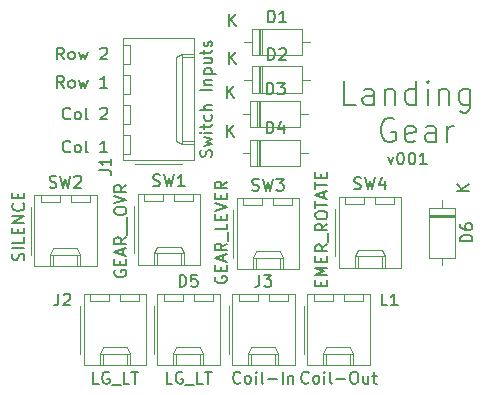
<source format=gbr>
G04 #@! TF.GenerationSoftware,KiCad,Pcbnew,(5.1.5-0-10_14)*
G04 #@! TF.CreationDate,2021-03-15T05:54:21+10:00*
G04 #@! TF.ProjectId,OH - Left Console - 31 - Landing Gear,4f48202d-204c-4656-9674-20436f6e736f,rev?*
G04 #@! TF.SameCoordinates,Original*
G04 #@! TF.FileFunction,Legend,Top*
G04 #@! TF.FilePolarity,Positive*
%FSLAX46Y46*%
G04 Gerber Fmt 4.6, Leading zero omitted, Abs format (unit mm)*
G04 Created by KiCad (PCBNEW (5.1.5-0-10_14)) date 2021-03-15 05:54:21*
%MOMM*%
%LPD*%
G04 APERTURE LIST*
%ADD10C,0.150000*%
%ADD11C,0.120000*%
G04 APERTURE END LIST*
D10*
X178927333Y-62142714D02*
X179165428Y-62809380D01*
X179403523Y-62142714D01*
X179974952Y-61809380D02*
X180070190Y-61809380D01*
X180165428Y-61857000D01*
X180213047Y-61904619D01*
X180260666Y-61999857D01*
X180308285Y-62190333D01*
X180308285Y-62428428D01*
X180260666Y-62618904D01*
X180213047Y-62714142D01*
X180165428Y-62761761D01*
X180070190Y-62809380D01*
X179974952Y-62809380D01*
X179879714Y-62761761D01*
X179832095Y-62714142D01*
X179784476Y-62618904D01*
X179736857Y-62428428D01*
X179736857Y-62190333D01*
X179784476Y-61999857D01*
X179832095Y-61904619D01*
X179879714Y-61857000D01*
X179974952Y-61809380D01*
X180927333Y-61809380D02*
X181022571Y-61809380D01*
X181117809Y-61857000D01*
X181165428Y-61904619D01*
X181213047Y-61999857D01*
X181260666Y-62190333D01*
X181260666Y-62428428D01*
X181213047Y-62618904D01*
X181165428Y-62714142D01*
X181117809Y-62761761D01*
X181022571Y-62809380D01*
X180927333Y-62809380D01*
X180832095Y-62761761D01*
X180784476Y-62714142D01*
X180736857Y-62618904D01*
X180689238Y-62428428D01*
X180689238Y-62190333D01*
X180736857Y-61999857D01*
X180784476Y-61904619D01*
X180832095Y-61857000D01*
X180927333Y-61809380D01*
X182213047Y-62809380D02*
X181641619Y-62809380D01*
X181927333Y-62809380D02*
X181927333Y-61809380D01*
X181832095Y-61952238D01*
X181736857Y-62047476D01*
X181641619Y-62095095D01*
X176213142Y-57749761D02*
X175260761Y-57749761D01*
X175260761Y-55749761D01*
X177736952Y-57749761D02*
X177736952Y-56702142D01*
X177641714Y-56511666D01*
X177451238Y-56416428D01*
X177070285Y-56416428D01*
X176879809Y-56511666D01*
X177736952Y-57654523D02*
X177546476Y-57749761D01*
X177070285Y-57749761D01*
X176879809Y-57654523D01*
X176784571Y-57464047D01*
X176784571Y-57273571D01*
X176879809Y-57083095D01*
X177070285Y-56987857D01*
X177546476Y-56987857D01*
X177736952Y-56892619D01*
X178689333Y-56416428D02*
X178689333Y-57749761D01*
X178689333Y-56606904D02*
X178784571Y-56511666D01*
X178975047Y-56416428D01*
X179260761Y-56416428D01*
X179451238Y-56511666D01*
X179546476Y-56702142D01*
X179546476Y-57749761D01*
X181356000Y-57749761D02*
X181356000Y-55749761D01*
X181356000Y-57654523D02*
X181165523Y-57749761D01*
X180784571Y-57749761D01*
X180594095Y-57654523D01*
X180498857Y-57559285D01*
X180403619Y-57368809D01*
X180403619Y-56797380D01*
X180498857Y-56606904D01*
X180594095Y-56511666D01*
X180784571Y-56416428D01*
X181165523Y-56416428D01*
X181356000Y-56511666D01*
X182308380Y-57749761D02*
X182308380Y-56416428D01*
X182308380Y-55749761D02*
X182213142Y-55845000D01*
X182308380Y-55940238D01*
X182403619Y-55845000D01*
X182308380Y-55749761D01*
X182308380Y-55940238D01*
X183260761Y-56416428D02*
X183260761Y-57749761D01*
X183260761Y-56606904D02*
X183356000Y-56511666D01*
X183546476Y-56416428D01*
X183832190Y-56416428D01*
X184022666Y-56511666D01*
X184117904Y-56702142D01*
X184117904Y-57749761D01*
X185927428Y-56416428D02*
X185927428Y-58035476D01*
X185832190Y-58225952D01*
X185736952Y-58321190D01*
X185546476Y-58416428D01*
X185260761Y-58416428D01*
X185070285Y-58321190D01*
X185927428Y-57654523D02*
X185736952Y-57749761D01*
X185356000Y-57749761D01*
X185165523Y-57654523D01*
X185070285Y-57559285D01*
X184975047Y-57368809D01*
X184975047Y-56797380D01*
X185070285Y-56606904D01*
X185165523Y-56511666D01*
X185356000Y-56416428D01*
X185736952Y-56416428D01*
X185927428Y-56511666D01*
X179498857Y-58995000D02*
X179308380Y-58899761D01*
X179022666Y-58899761D01*
X178736952Y-58995000D01*
X178546476Y-59185476D01*
X178451238Y-59375952D01*
X178356000Y-59756904D01*
X178356000Y-60042619D01*
X178451238Y-60423571D01*
X178546476Y-60614047D01*
X178736952Y-60804523D01*
X179022666Y-60899761D01*
X179213142Y-60899761D01*
X179498857Y-60804523D01*
X179594095Y-60709285D01*
X179594095Y-60042619D01*
X179213142Y-60042619D01*
X181213142Y-60804523D02*
X181022666Y-60899761D01*
X180641714Y-60899761D01*
X180451238Y-60804523D01*
X180356000Y-60614047D01*
X180356000Y-59852142D01*
X180451238Y-59661666D01*
X180641714Y-59566428D01*
X181022666Y-59566428D01*
X181213142Y-59661666D01*
X181308380Y-59852142D01*
X181308380Y-60042619D01*
X180356000Y-60233095D01*
X183022666Y-60899761D02*
X183022666Y-59852142D01*
X182927428Y-59661666D01*
X182736952Y-59566428D01*
X182356000Y-59566428D01*
X182165523Y-59661666D01*
X183022666Y-60804523D02*
X182832190Y-60899761D01*
X182356000Y-60899761D01*
X182165523Y-60804523D01*
X182070285Y-60614047D01*
X182070285Y-60423571D01*
X182165523Y-60233095D01*
X182356000Y-60137857D01*
X182832190Y-60137857D01*
X183022666Y-60042619D01*
X183975047Y-60899761D02*
X183975047Y-59566428D01*
X183975047Y-59947380D02*
X184070285Y-59756904D01*
X184165523Y-59661666D01*
X184356000Y-59566428D01*
X184546476Y-59566428D01*
X151511190Y-53919380D02*
X151177857Y-53443190D01*
X150939761Y-53919380D02*
X150939761Y-52919380D01*
X151320714Y-52919380D01*
X151415952Y-52967000D01*
X151463571Y-53014619D01*
X151511190Y-53109857D01*
X151511190Y-53252714D01*
X151463571Y-53347952D01*
X151415952Y-53395571D01*
X151320714Y-53443190D01*
X150939761Y-53443190D01*
X152082619Y-53919380D02*
X151987380Y-53871761D01*
X151939761Y-53824142D01*
X151892142Y-53728904D01*
X151892142Y-53443190D01*
X151939761Y-53347952D01*
X151987380Y-53300333D01*
X152082619Y-53252714D01*
X152225476Y-53252714D01*
X152320714Y-53300333D01*
X152368333Y-53347952D01*
X152415952Y-53443190D01*
X152415952Y-53728904D01*
X152368333Y-53824142D01*
X152320714Y-53871761D01*
X152225476Y-53919380D01*
X152082619Y-53919380D01*
X152749285Y-53252714D02*
X152939761Y-53919380D01*
X153130238Y-53443190D01*
X153320714Y-53919380D01*
X153511190Y-53252714D01*
X154606428Y-53014619D02*
X154654047Y-52967000D01*
X154749285Y-52919380D01*
X154987380Y-52919380D01*
X155082619Y-52967000D01*
X155130238Y-53014619D01*
X155177857Y-53109857D01*
X155177857Y-53205095D01*
X155130238Y-53347952D01*
X154558809Y-53919380D01*
X155177857Y-53919380D01*
X151511190Y-56332380D02*
X151177857Y-55856190D01*
X150939761Y-56332380D02*
X150939761Y-55332380D01*
X151320714Y-55332380D01*
X151415952Y-55380000D01*
X151463571Y-55427619D01*
X151511190Y-55522857D01*
X151511190Y-55665714D01*
X151463571Y-55760952D01*
X151415952Y-55808571D01*
X151320714Y-55856190D01*
X150939761Y-55856190D01*
X152082619Y-56332380D02*
X151987380Y-56284761D01*
X151939761Y-56237142D01*
X151892142Y-56141904D01*
X151892142Y-55856190D01*
X151939761Y-55760952D01*
X151987380Y-55713333D01*
X152082619Y-55665714D01*
X152225476Y-55665714D01*
X152320714Y-55713333D01*
X152368333Y-55760952D01*
X152415952Y-55856190D01*
X152415952Y-56141904D01*
X152368333Y-56237142D01*
X152320714Y-56284761D01*
X152225476Y-56332380D01*
X152082619Y-56332380D01*
X152749285Y-55665714D02*
X152939761Y-56332380D01*
X153130238Y-55856190D01*
X153320714Y-56332380D01*
X153511190Y-55665714D01*
X155177857Y-56332380D02*
X154606428Y-56332380D01*
X154892142Y-56332380D02*
X154892142Y-55332380D01*
X154796904Y-55475238D01*
X154701666Y-55570476D01*
X154606428Y-55618095D01*
X152035000Y-58904142D02*
X151987381Y-58951761D01*
X151844524Y-58999380D01*
X151749285Y-58999380D01*
X151606428Y-58951761D01*
X151511190Y-58856523D01*
X151463571Y-58761285D01*
X151415952Y-58570809D01*
X151415952Y-58427952D01*
X151463571Y-58237476D01*
X151511190Y-58142238D01*
X151606428Y-58047000D01*
X151749285Y-57999380D01*
X151844524Y-57999380D01*
X151987381Y-58047000D01*
X152035000Y-58094619D01*
X152606428Y-58999380D02*
X152511190Y-58951761D01*
X152463571Y-58904142D01*
X152415952Y-58808904D01*
X152415952Y-58523190D01*
X152463571Y-58427952D01*
X152511190Y-58380333D01*
X152606428Y-58332714D01*
X152749285Y-58332714D01*
X152844524Y-58380333D01*
X152892143Y-58427952D01*
X152939762Y-58523190D01*
X152939762Y-58808904D01*
X152892143Y-58904142D01*
X152844524Y-58951761D01*
X152749285Y-58999380D01*
X152606428Y-58999380D01*
X153511190Y-58999380D02*
X153415952Y-58951761D01*
X153368333Y-58856523D01*
X153368333Y-57999380D01*
X154606428Y-58094619D02*
X154654047Y-58047000D01*
X154749285Y-57999380D01*
X154987381Y-57999380D01*
X155082619Y-58047000D01*
X155130238Y-58094619D01*
X155177857Y-58189857D01*
X155177857Y-58285095D01*
X155130238Y-58427952D01*
X154558809Y-58999380D01*
X155177857Y-58999380D01*
X152035000Y-61698142D02*
X151987381Y-61745761D01*
X151844524Y-61793380D01*
X151749285Y-61793380D01*
X151606428Y-61745761D01*
X151511190Y-61650523D01*
X151463571Y-61555285D01*
X151415952Y-61364809D01*
X151415952Y-61221952D01*
X151463571Y-61031476D01*
X151511190Y-60936238D01*
X151606428Y-60841000D01*
X151749285Y-60793380D01*
X151844524Y-60793380D01*
X151987381Y-60841000D01*
X152035000Y-60888619D01*
X152606428Y-61793380D02*
X152511190Y-61745761D01*
X152463571Y-61698142D01*
X152415952Y-61602904D01*
X152415952Y-61317190D01*
X152463571Y-61221952D01*
X152511190Y-61174333D01*
X152606428Y-61126714D01*
X152749285Y-61126714D01*
X152844524Y-61174333D01*
X152892143Y-61221952D01*
X152939762Y-61317190D01*
X152939762Y-61602904D01*
X152892143Y-61698142D01*
X152844524Y-61745761D01*
X152749285Y-61793380D01*
X152606428Y-61793380D01*
X153511190Y-61793380D02*
X153415952Y-61745761D01*
X153368333Y-61650523D01*
X153368333Y-60793380D01*
X155177857Y-61793380D02*
X154606428Y-61793380D01*
X154892143Y-61793380D02*
X154892143Y-60793380D01*
X154796905Y-60936238D01*
X154701666Y-61031476D01*
X154606428Y-61079095D01*
D11*
X179489000Y-66150000D02*
X179489000Y-65550000D01*
X177889000Y-66150000D02*
X179489000Y-66150000D01*
X177889000Y-65550000D02*
X177889000Y-66150000D01*
X176949000Y-66150000D02*
X176949000Y-65550000D01*
X175349000Y-66150000D02*
X176949000Y-66150000D01*
X175349000Y-65550000D02*
X175349000Y-66150000D01*
X178439000Y-71570000D02*
X178439000Y-70570000D01*
X176399000Y-71570000D02*
X176399000Y-70570000D01*
X178439000Y-70040000D02*
X178689000Y-70570000D01*
X176399000Y-70040000D02*
X178439000Y-70040000D01*
X176149000Y-70570000D02*
X176399000Y-70040000D01*
X178689000Y-70570000D02*
X178689000Y-71570000D01*
X176149000Y-70570000D02*
X178689000Y-70570000D01*
X176149000Y-71570000D02*
X176149000Y-70570000D01*
X174479000Y-66580000D02*
X174479000Y-70580000D01*
X180069000Y-65550000D02*
X174769000Y-65550000D01*
X180069000Y-71570000D02*
X180069000Y-65550000D01*
X174769000Y-71570000D02*
X180069000Y-71570000D01*
X174769000Y-65550000D02*
X174769000Y-71570000D01*
X170853000Y-66277000D02*
X170853000Y-65677000D01*
X169253000Y-66277000D02*
X170853000Y-66277000D01*
X169253000Y-65677000D02*
X169253000Y-66277000D01*
X168313000Y-66277000D02*
X168313000Y-65677000D01*
X166713000Y-66277000D02*
X168313000Y-66277000D01*
X166713000Y-65677000D02*
X166713000Y-66277000D01*
X169803000Y-71697000D02*
X169803000Y-70697000D01*
X167763000Y-71697000D02*
X167763000Y-70697000D01*
X169803000Y-70167000D02*
X170053000Y-70697000D01*
X167763000Y-70167000D02*
X169803000Y-70167000D01*
X167513000Y-70697000D02*
X167763000Y-70167000D01*
X170053000Y-70697000D02*
X170053000Y-71697000D01*
X167513000Y-70697000D02*
X170053000Y-70697000D01*
X167513000Y-71697000D02*
X167513000Y-70697000D01*
X165843000Y-66707000D02*
X165843000Y-70707000D01*
X171433000Y-65677000D02*
X166133000Y-65677000D01*
X171433000Y-71697000D02*
X171433000Y-65677000D01*
X166133000Y-71697000D02*
X171433000Y-71697000D01*
X166133000Y-65677000D02*
X166133000Y-71697000D01*
X153708000Y-66023000D02*
X153708000Y-65423000D01*
X152108000Y-66023000D02*
X153708000Y-66023000D01*
X152108000Y-65423000D02*
X152108000Y-66023000D01*
X151168000Y-66023000D02*
X151168000Y-65423000D01*
X149568000Y-66023000D02*
X151168000Y-66023000D01*
X149568000Y-65423000D02*
X149568000Y-66023000D01*
X152658000Y-71443000D02*
X152658000Y-70443000D01*
X150618000Y-71443000D02*
X150618000Y-70443000D01*
X152658000Y-69913000D02*
X152908000Y-70443000D01*
X150618000Y-69913000D02*
X152658000Y-69913000D01*
X150368000Y-70443000D02*
X150618000Y-69913000D01*
X152908000Y-70443000D02*
X152908000Y-71443000D01*
X150368000Y-70443000D02*
X152908000Y-70443000D01*
X150368000Y-71443000D02*
X150368000Y-70443000D01*
X148698000Y-66453000D02*
X148698000Y-70453000D01*
X154288000Y-65423000D02*
X148988000Y-65423000D01*
X154288000Y-71443000D02*
X154288000Y-65423000D01*
X148988000Y-71443000D02*
X154288000Y-71443000D01*
X148988000Y-65423000D02*
X148988000Y-71443000D01*
X162471000Y-65896000D02*
X162471000Y-65296000D01*
X160871000Y-65896000D02*
X162471000Y-65896000D01*
X160871000Y-65296000D02*
X160871000Y-65896000D01*
X159931000Y-65896000D02*
X159931000Y-65296000D01*
X158331000Y-65896000D02*
X159931000Y-65896000D01*
X158331000Y-65296000D02*
X158331000Y-65896000D01*
X161421000Y-71316000D02*
X161421000Y-70316000D01*
X159381000Y-71316000D02*
X159381000Y-70316000D01*
X161421000Y-69786000D02*
X161671000Y-70316000D01*
X159381000Y-69786000D02*
X161421000Y-69786000D01*
X159131000Y-70316000D02*
X159381000Y-69786000D01*
X161671000Y-70316000D02*
X161671000Y-71316000D01*
X159131000Y-70316000D02*
X161671000Y-70316000D01*
X159131000Y-71316000D02*
X159131000Y-70316000D01*
X157461000Y-66326000D02*
X157461000Y-70326000D01*
X163051000Y-65296000D02*
X157751000Y-65296000D01*
X163051000Y-71316000D02*
X163051000Y-65296000D01*
X157751000Y-71316000D02*
X163051000Y-71316000D01*
X157751000Y-65296000D02*
X157751000Y-71316000D01*
X176822000Y-74405000D02*
X176822000Y-73805000D01*
X175222000Y-74405000D02*
X176822000Y-74405000D01*
X175222000Y-73805000D02*
X175222000Y-74405000D01*
X174282000Y-74405000D02*
X174282000Y-73805000D01*
X172682000Y-74405000D02*
X174282000Y-74405000D01*
X172682000Y-73805000D02*
X172682000Y-74405000D01*
X175772000Y-79825000D02*
X175772000Y-78825000D01*
X173732000Y-79825000D02*
X173732000Y-78825000D01*
X175772000Y-78295000D02*
X176022000Y-78825000D01*
X173732000Y-78295000D02*
X175772000Y-78295000D01*
X173482000Y-78825000D02*
X173732000Y-78295000D01*
X176022000Y-78825000D02*
X176022000Y-79825000D01*
X173482000Y-78825000D02*
X176022000Y-78825000D01*
X173482000Y-79825000D02*
X173482000Y-78825000D01*
X171812000Y-74835000D02*
X171812000Y-78835000D01*
X177402000Y-73805000D02*
X172102000Y-73805000D01*
X177402000Y-79825000D02*
X177402000Y-73805000D01*
X172102000Y-79825000D02*
X177402000Y-79825000D01*
X172102000Y-73805000D02*
X172102000Y-79825000D01*
X170472000Y-74405000D02*
X170472000Y-73805000D01*
X168872000Y-74405000D02*
X170472000Y-74405000D01*
X168872000Y-73805000D02*
X168872000Y-74405000D01*
X167932000Y-74405000D02*
X167932000Y-73805000D01*
X166332000Y-74405000D02*
X167932000Y-74405000D01*
X166332000Y-73805000D02*
X166332000Y-74405000D01*
X169422000Y-79825000D02*
X169422000Y-78825000D01*
X167382000Y-79825000D02*
X167382000Y-78825000D01*
X169422000Y-78295000D02*
X169672000Y-78825000D01*
X167382000Y-78295000D02*
X169422000Y-78295000D01*
X167132000Y-78825000D02*
X167382000Y-78295000D01*
X169672000Y-78825000D02*
X169672000Y-79825000D01*
X167132000Y-78825000D02*
X169672000Y-78825000D01*
X167132000Y-79825000D02*
X167132000Y-78825000D01*
X165462000Y-74835000D02*
X165462000Y-78835000D01*
X171052000Y-73805000D02*
X165752000Y-73805000D01*
X171052000Y-79825000D02*
X171052000Y-73805000D01*
X165752000Y-79825000D02*
X171052000Y-79825000D01*
X165752000Y-73805000D02*
X165752000Y-79825000D01*
X157899000Y-74405000D02*
X157899000Y-73805000D01*
X156299000Y-74405000D02*
X157899000Y-74405000D01*
X156299000Y-73805000D02*
X156299000Y-74405000D01*
X155359000Y-74405000D02*
X155359000Y-73805000D01*
X153759000Y-74405000D02*
X155359000Y-74405000D01*
X153759000Y-73805000D02*
X153759000Y-74405000D01*
X156849000Y-79825000D02*
X156849000Y-78825000D01*
X154809000Y-79825000D02*
X154809000Y-78825000D01*
X156849000Y-78295000D02*
X157099000Y-78825000D01*
X154809000Y-78295000D02*
X156849000Y-78295000D01*
X154559000Y-78825000D02*
X154809000Y-78295000D01*
X157099000Y-78825000D02*
X157099000Y-79825000D01*
X154559000Y-78825000D02*
X157099000Y-78825000D01*
X154559000Y-79825000D02*
X154559000Y-78825000D01*
X152889000Y-74835000D02*
X152889000Y-78835000D01*
X158479000Y-73805000D02*
X153179000Y-73805000D01*
X158479000Y-79825000D02*
X158479000Y-73805000D01*
X153179000Y-79825000D02*
X158479000Y-79825000D01*
X153179000Y-73805000D02*
X153179000Y-79825000D01*
X157082000Y-52667000D02*
X156482000Y-52667000D01*
X157082000Y-54267000D02*
X157082000Y-52667000D01*
X156482000Y-54267000D02*
X157082000Y-54267000D01*
X157082000Y-55207000D02*
X156482000Y-55207000D01*
X157082000Y-56807000D02*
X157082000Y-55207000D01*
X156482000Y-56807000D02*
X157082000Y-56807000D01*
X157082000Y-57747000D02*
X156482000Y-57747000D01*
X157082000Y-59347000D02*
X157082000Y-57747000D01*
X156482000Y-59347000D02*
X157082000Y-59347000D01*
X157082000Y-60287000D02*
X156482000Y-60287000D01*
X157082000Y-61887000D02*
X157082000Y-60287000D01*
X156482000Y-61887000D02*
X157082000Y-61887000D01*
X162502000Y-53717000D02*
X161502000Y-53717000D01*
X162502000Y-60837000D02*
X161502000Y-60837000D01*
X160972000Y-53717000D02*
X161502000Y-53467000D01*
X160972000Y-60837000D02*
X160972000Y-53717000D01*
X161502000Y-61087000D02*
X160972000Y-60837000D01*
X161502000Y-53467000D02*
X162502000Y-53467000D01*
X161502000Y-61087000D02*
X161502000Y-53467000D01*
X162502000Y-61087000D02*
X161502000Y-61087000D01*
X157512000Y-62757000D02*
X161512000Y-62757000D01*
X156482000Y-52087000D02*
X156482000Y-62467000D01*
X162502000Y-52087000D02*
X156482000Y-52087000D01*
X162502000Y-62467000D02*
X162502000Y-52087000D01*
X156482000Y-62467000D02*
X162502000Y-62467000D01*
X184635000Y-67060000D02*
X182395000Y-67060000D01*
X184635000Y-67300000D02*
X182395000Y-67300000D01*
X184635000Y-67180000D02*
X182395000Y-67180000D01*
X183515000Y-71350000D02*
X183515000Y-70700000D01*
X183515000Y-65810000D02*
X183515000Y-66460000D01*
X184635000Y-70700000D02*
X184635000Y-66460000D01*
X182395000Y-70700000D02*
X184635000Y-70700000D01*
X182395000Y-66460000D02*
X182395000Y-70700000D01*
X184635000Y-66460000D02*
X182395000Y-66460000D01*
X164122000Y-74405000D02*
X164122000Y-73805000D01*
X162522000Y-74405000D02*
X164122000Y-74405000D01*
X162522000Y-73805000D02*
X162522000Y-74405000D01*
X161582000Y-74405000D02*
X161582000Y-73805000D01*
X159982000Y-74405000D02*
X161582000Y-74405000D01*
X159982000Y-73805000D02*
X159982000Y-74405000D01*
X163072000Y-79825000D02*
X163072000Y-78825000D01*
X161032000Y-79825000D02*
X161032000Y-78825000D01*
X163072000Y-78295000D02*
X163322000Y-78825000D01*
X161032000Y-78295000D02*
X163072000Y-78295000D01*
X160782000Y-78825000D02*
X161032000Y-78295000D01*
X163322000Y-78825000D02*
X163322000Y-79825000D01*
X160782000Y-78825000D02*
X163322000Y-78825000D01*
X160782000Y-79825000D02*
X160782000Y-78825000D01*
X159112000Y-74835000D02*
X159112000Y-78835000D01*
X164702000Y-73805000D02*
X159402000Y-73805000D01*
X164702000Y-79825000D02*
X164702000Y-73805000D01*
X159402000Y-79825000D02*
X164702000Y-79825000D01*
X159402000Y-73805000D02*
X159402000Y-79825000D01*
X167898000Y-60729000D02*
X167898000Y-62969000D01*
X168138000Y-60729000D02*
X168138000Y-62969000D01*
X168018000Y-60729000D02*
X168018000Y-62969000D01*
X172188000Y-61849000D02*
X171538000Y-61849000D01*
X166648000Y-61849000D02*
X167298000Y-61849000D01*
X171538000Y-60729000D02*
X167298000Y-60729000D01*
X171538000Y-62969000D02*
X171538000Y-60729000D01*
X167298000Y-62969000D02*
X171538000Y-62969000D01*
X167298000Y-60729000D02*
X167298000Y-62969000D01*
X167898000Y-57427000D02*
X167898000Y-59667000D01*
X168138000Y-57427000D02*
X168138000Y-59667000D01*
X168018000Y-57427000D02*
X168018000Y-59667000D01*
X172188000Y-58547000D02*
X171538000Y-58547000D01*
X166648000Y-58547000D02*
X167298000Y-58547000D01*
X171538000Y-57427000D02*
X167298000Y-57427000D01*
X171538000Y-59667000D02*
X171538000Y-57427000D01*
X167298000Y-59667000D02*
X171538000Y-59667000D01*
X167298000Y-57427000D02*
X167298000Y-59667000D01*
X168025000Y-54506000D02*
X168025000Y-56746000D01*
X168265000Y-54506000D02*
X168265000Y-56746000D01*
X168145000Y-54506000D02*
X168145000Y-56746000D01*
X172315000Y-55626000D02*
X171665000Y-55626000D01*
X166775000Y-55626000D02*
X167425000Y-55626000D01*
X171665000Y-54506000D02*
X167425000Y-54506000D01*
X171665000Y-56746000D02*
X171665000Y-54506000D01*
X167425000Y-56746000D02*
X171665000Y-56746000D01*
X167425000Y-54506000D02*
X167425000Y-56746000D01*
X168025000Y-51331000D02*
X168025000Y-53571000D01*
X168265000Y-51331000D02*
X168265000Y-53571000D01*
X168145000Y-51331000D02*
X168145000Y-53571000D01*
X172315000Y-52451000D02*
X171665000Y-52451000D01*
X166775000Y-52451000D02*
X167425000Y-52451000D01*
X171665000Y-51331000D02*
X167425000Y-51331000D01*
X171665000Y-53571000D02*
X171665000Y-51331000D01*
X167425000Y-53571000D02*
X171665000Y-53571000D01*
X167425000Y-51331000D02*
X167425000Y-53571000D01*
D10*
X176085666Y-64864761D02*
X176228523Y-64912380D01*
X176466619Y-64912380D01*
X176561857Y-64864761D01*
X176609476Y-64817142D01*
X176657095Y-64721904D01*
X176657095Y-64626666D01*
X176609476Y-64531428D01*
X176561857Y-64483809D01*
X176466619Y-64436190D01*
X176276142Y-64388571D01*
X176180904Y-64340952D01*
X176133285Y-64293333D01*
X176085666Y-64198095D01*
X176085666Y-64102857D01*
X176133285Y-64007619D01*
X176180904Y-63960000D01*
X176276142Y-63912380D01*
X176514238Y-63912380D01*
X176657095Y-63960000D01*
X176990428Y-63912380D02*
X177228523Y-64912380D01*
X177419000Y-64198095D01*
X177609476Y-64912380D01*
X177847571Y-63912380D01*
X178657095Y-64245714D02*
X178657095Y-64912380D01*
X178419000Y-63864761D02*
X178180904Y-64579047D01*
X178799952Y-64579047D01*
X173283571Y-73111714D02*
X173283571Y-72778380D01*
X173807380Y-72635523D02*
X173807380Y-73111714D01*
X172807380Y-73111714D01*
X172807380Y-72635523D01*
X173807380Y-72206952D02*
X172807380Y-72206952D01*
X173521666Y-71873619D01*
X172807380Y-71540285D01*
X173807380Y-71540285D01*
X173283571Y-71064095D02*
X173283571Y-70730761D01*
X173807380Y-70587904D02*
X173807380Y-71064095D01*
X172807380Y-71064095D01*
X172807380Y-70587904D01*
X173807380Y-69587904D02*
X173331190Y-69921238D01*
X173807380Y-70159333D02*
X172807380Y-70159333D01*
X172807380Y-69778380D01*
X172855000Y-69683142D01*
X172902619Y-69635523D01*
X172997857Y-69587904D01*
X173140714Y-69587904D01*
X173235952Y-69635523D01*
X173283571Y-69683142D01*
X173331190Y-69778380D01*
X173331190Y-70159333D01*
X173902619Y-69397428D02*
X173902619Y-68635523D01*
X173807380Y-67826000D02*
X173331190Y-68159333D01*
X173807380Y-68397428D02*
X172807380Y-68397428D01*
X172807380Y-68016476D01*
X172855000Y-67921238D01*
X172902619Y-67873619D01*
X172997857Y-67826000D01*
X173140714Y-67826000D01*
X173235952Y-67873619D01*
X173283571Y-67921238D01*
X173331190Y-68016476D01*
X173331190Y-68397428D01*
X172807380Y-67206952D02*
X172807380Y-67016476D01*
X172855000Y-66921238D01*
X172950238Y-66826000D01*
X173140714Y-66778380D01*
X173474047Y-66778380D01*
X173664523Y-66826000D01*
X173759761Y-66921238D01*
X173807380Y-67016476D01*
X173807380Y-67206952D01*
X173759761Y-67302190D01*
X173664523Y-67397428D01*
X173474047Y-67445047D01*
X173140714Y-67445047D01*
X172950238Y-67397428D01*
X172855000Y-67302190D01*
X172807380Y-67206952D01*
X172807380Y-66492666D02*
X172807380Y-65921238D01*
X173807380Y-66206952D02*
X172807380Y-66206952D01*
X173521666Y-65635523D02*
X173521666Y-65159333D01*
X173807380Y-65730761D02*
X172807380Y-65397428D01*
X173807380Y-65064095D01*
X172807380Y-64873619D02*
X172807380Y-64302190D01*
X173807380Y-64587904D02*
X172807380Y-64587904D01*
X173283571Y-63968857D02*
X173283571Y-63635523D01*
X173807380Y-63492666D02*
X173807380Y-63968857D01*
X172807380Y-63968857D01*
X172807380Y-63492666D01*
X167449666Y-64991761D02*
X167592523Y-65039380D01*
X167830619Y-65039380D01*
X167925857Y-64991761D01*
X167973476Y-64944142D01*
X168021095Y-64848904D01*
X168021095Y-64753666D01*
X167973476Y-64658428D01*
X167925857Y-64610809D01*
X167830619Y-64563190D01*
X167640142Y-64515571D01*
X167544904Y-64467952D01*
X167497285Y-64420333D01*
X167449666Y-64325095D01*
X167449666Y-64229857D01*
X167497285Y-64134619D01*
X167544904Y-64087000D01*
X167640142Y-64039380D01*
X167878238Y-64039380D01*
X168021095Y-64087000D01*
X168354428Y-64039380D02*
X168592523Y-65039380D01*
X168783000Y-64325095D01*
X168973476Y-65039380D01*
X169211571Y-64039380D01*
X169497285Y-64039380D02*
X170116333Y-64039380D01*
X169783000Y-64420333D01*
X169925857Y-64420333D01*
X170021095Y-64467952D01*
X170068714Y-64515571D01*
X170116333Y-64610809D01*
X170116333Y-64848904D01*
X170068714Y-64944142D01*
X170021095Y-64991761D01*
X169925857Y-65039380D01*
X169640142Y-65039380D01*
X169544904Y-64991761D01*
X169497285Y-64944142D01*
X164346000Y-72318095D02*
X164298380Y-72413333D01*
X164298380Y-72556190D01*
X164346000Y-72699047D01*
X164441238Y-72794285D01*
X164536476Y-72841904D01*
X164726952Y-72889523D01*
X164869809Y-72889523D01*
X165060285Y-72841904D01*
X165155523Y-72794285D01*
X165250761Y-72699047D01*
X165298380Y-72556190D01*
X165298380Y-72460952D01*
X165250761Y-72318095D01*
X165203142Y-72270476D01*
X164869809Y-72270476D01*
X164869809Y-72460952D01*
X164774571Y-71841904D02*
X164774571Y-71508571D01*
X165298380Y-71365714D02*
X165298380Y-71841904D01*
X164298380Y-71841904D01*
X164298380Y-71365714D01*
X165012666Y-70984761D02*
X165012666Y-70508571D01*
X165298380Y-71080000D02*
X164298380Y-70746666D01*
X165298380Y-70413333D01*
X165298380Y-69508571D02*
X164822190Y-69841904D01*
X165298380Y-70080000D02*
X164298380Y-70080000D01*
X164298380Y-69699047D01*
X164346000Y-69603809D01*
X164393619Y-69556190D01*
X164488857Y-69508571D01*
X164631714Y-69508571D01*
X164726952Y-69556190D01*
X164774571Y-69603809D01*
X164822190Y-69699047D01*
X164822190Y-70080000D01*
X165393619Y-69318095D02*
X165393619Y-68556190D01*
X165298380Y-67841904D02*
X165298380Y-68318095D01*
X164298380Y-68318095D01*
X164774571Y-67508571D02*
X164774571Y-67175238D01*
X165298380Y-67032380D02*
X165298380Y-67508571D01*
X164298380Y-67508571D01*
X164298380Y-67032380D01*
X164298380Y-66746666D02*
X165298380Y-66413333D01*
X164298380Y-66080000D01*
X164774571Y-65746666D02*
X164774571Y-65413333D01*
X165298380Y-65270476D02*
X165298380Y-65746666D01*
X164298380Y-65746666D01*
X164298380Y-65270476D01*
X165298380Y-64270476D02*
X164822190Y-64603809D01*
X165298380Y-64841904D02*
X164298380Y-64841904D01*
X164298380Y-64460952D01*
X164346000Y-64365714D01*
X164393619Y-64318095D01*
X164488857Y-64270476D01*
X164631714Y-64270476D01*
X164726952Y-64318095D01*
X164774571Y-64365714D01*
X164822190Y-64460952D01*
X164822190Y-64841904D01*
X150304666Y-64737761D02*
X150447523Y-64785380D01*
X150685619Y-64785380D01*
X150780857Y-64737761D01*
X150828476Y-64690142D01*
X150876095Y-64594904D01*
X150876095Y-64499666D01*
X150828476Y-64404428D01*
X150780857Y-64356809D01*
X150685619Y-64309190D01*
X150495142Y-64261571D01*
X150399904Y-64213952D01*
X150352285Y-64166333D01*
X150304666Y-64071095D01*
X150304666Y-63975857D01*
X150352285Y-63880619D01*
X150399904Y-63833000D01*
X150495142Y-63785380D01*
X150733238Y-63785380D01*
X150876095Y-63833000D01*
X151209428Y-63785380D02*
X151447523Y-64785380D01*
X151638000Y-64071095D01*
X151828476Y-64785380D01*
X152066571Y-63785380D01*
X152399904Y-63880619D02*
X152447523Y-63833000D01*
X152542761Y-63785380D01*
X152780857Y-63785380D01*
X152876095Y-63833000D01*
X152923714Y-63880619D01*
X152971333Y-63975857D01*
X152971333Y-64071095D01*
X152923714Y-64213952D01*
X152352285Y-64785380D01*
X152971333Y-64785380D01*
X148105761Y-70929142D02*
X148153380Y-70786285D01*
X148153380Y-70548190D01*
X148105761Y-70452952D01*
X148058142Y-70405333D01*
X147962904Y-70357714D01*
X147867666Y-70357714D01*
X147772428Y-70405333D01*
X147724809Y-70452952D01*
X147677190Y-70548190D01*
X147629571Y-70738666D01*
X147581952Y-70833904D01*
X147534333Y-70881523D01*
X147439095Y-70929142D01*
X147343857Y-70929142D01*
X147248619Y-70881523D01*
X147201000Y-70833904D01*
X147153380Y-70738666D01*
X147153380Y-70500571D01*
X147201000Y-70357714D01*
X148153380Y-69929142D02*
X147153380Y-69929142D01*
X148153380Y-68976761D02*
X148153380Y-69452952D01*
X147153380Y-69452952D01*
X147629571Y-68643428D02*
X147629571Y-68310095D01*
X148153380Y-68167238D02*
X148153380Y-68643428D01*
X147153380Y-68643428D01*
X147153380Y-68167238D01*
X148153380Y-67738666D02*
X147153380Y-67738666D01*
X148153380Y-67167238D01*
X147153380Y-67167238D01*
X148058142Y-66119619D02*
X148105761Y-66167238D01*
X148153380Y-66310095D01*
X148153380Y-66405333D01*
X148105761Y-66548190D01*
X148010523Y-66643428D01*
X147915285Y-66691047D01*
X147724809Y-66738666D01*
X147581952Y-66738666D01*
X147391476Y-66691047D01*
X147296238Y-66643428D01*
X147201000Y-66548190D01*
X147153380Y-66405333D01*
X147153380Y-66310095D01*
X147201000Y-66167238D01*
X147248619Y-66119619D01*
X147629571Y-65691047D02*
X147629571Y-65357714D01*
X148153380Y-65214857D02*
X148153380Y-65691047D01*
X147153380Y-65691047D01*
X147153380Y-65214857D01*
X159067666Y-64610761D02*
X159210523Y-64658380D01*
X159448619Y-64658380D01*
X159543857Y-64610761D01*
X159591476Y-64563142D01*
X159639095Y-64467904D01*
X159639095Y-64372666D01*
X159591476Y-64277428D01*
X159543857Y-64229809D01*
X159448619Y-64182190D01*
X159258142Y-64134571D01*
X159162904Y-64086952D01*
X159115285Y-64039333D01*
X159067666Y-63944095D01*
X159067666Y-63848857D01*
X159115285Y-63753619D01*
X159162904Y-63706000D01*
X159258142Y-63658380D01*
X159496238Y-63658380D01*
X159639095Y-63706000D01*
X159972428Y-63658380D02*
X160210523Y-64658380D01*
X160401000Y-63944095D01*
X160591476Y-64658380D01*
X160829571Y-63658380D01*
X161734333Y-64658380D02*
X161162904Y-64658380D01*
X161448619Y-64658380D02*
X161448619Y-63658380D01*
X161353380Y-63801238D01*
X161258142Y-63896476D01*
X161162904Y-63944095D01*
X155837000Y-71786333D02*
X155789380Y-71881571D01*
X155789380Y-72024428D01*
X155837000Y-72167285D01*
X155932238Y-72262523D01*
X156027476Y-72310142D01*
X156217952Y-72357761D01*
X156360809Y-72357761D01*
X156551285Y-72310142D01*
X156646523Y-72262523D01*
X156741761Y-72167285D01*
X156789380Y-72024428D01*
X156789380Y-71929190D01*
X156741761Y-71786333D01*
X156694142Y-71738714D01*
X156360809Y-71738714D01*
X156360809Y-71929190D01*
X156265571Y-71310142D02*
X156265571Y-70976809D01*
X156789380Y-70833952D02*
X156789380Y-71310142D01*
X155789380Y-71310142D01*
X155789380Y-70833952D01*
X156503666Y-70453000D02*
X156503666Y-69976809D01*
X156789380Y-70548238D02*
X155789380Y-70214904D01*
X156789380Y-69881571D01*
X156789380Y-68976809D02*
X156313190Y-69310142D01*
X156789380Y-69548238D02*
X155789380Y-69548238D01*
X155789380Y-69167285D01*
X155837000Y-69072047D01*
X155884619Y-69024428D01*
X155979857Y-68976809D01*
X156122714Y-68976809D01*
X156217952Y-69024428D01*
X156265571Y-69072047D01*
X156313190Y-69167285D01*
X156313190Y-69548238D01*
X156884619Y-68786333D02*
X156884619Y-68024428D01*
X156884619Y-68024428D02*
X156884619Y-67262523D01*
X155789380Y-66833952D02*
X155789380Y-66643476D01*
X155837000Y-66548238D01*
X155932238Y-66453000D01*
X156122714Y-66405380D01*
X156456047Y-66405380D01*
X156646523Y-66453000D01*
X156741761Y-66548238D01*
X156789380Y-66643476D01*
X156789380Y-66833952D01*
X156741761Y-66929190D01*
X156646523Y-67024428D01*
X156456047Y-67072047D01*
X156122714Y-67072047D01*
X155932238Y-67024428D01*
X155837000Y-66929190D01*
X155789380Y-66833952D01*
X155789380Y-66119666D02*
X156789380Y-65786333D01*
X155789380Y-65453000D01*
X156789380Y-64548238D02*
X156313190Y-64881571D01*
X156789380Y-65119666D02*
X155789380Y-65119666D01*
X155789380Y-64738714D01*
X155837000Y-64643476D01*
X155884619Y-64595857D01*
X155979857Y-64548238D01*
X156122714Y-64548238D01*
X156217952Y-64595857D01*
X156265571Y-64643476D01*
X156313190Y-64738714D01*
X156313190Y-65119666D01*
X178903333Y-74747380D02*
X178427142Y-74747380D01*
X178427142Y-73747380D01*
X179760476Y-74747380D02*
X179189047Y-74747380D01*
X179474761Y-74747380D02*
X179474761Y-73747380D01*
X179379523Y-73890238D01*
X179284285Y-73985476D01*
X179189047Y-74033095D01*
X172228190Y-81272142D02*
X172180571Y-81319761D01*
X172037714Y-81367380D01*
X171942476Y-81367380D01*
X171799619Y-81319761D01*
X171704380Y-81224523D01*
X171656761Y-81129285D01*
X171609142Y-80938809D01*
X171609142Y-80795952D01*
X171656761Y-80605476D01*
X171704380Y-80510238D01*
X171799619Y-80415000D01*
X171942476Y-80367380D01*
X172037714Y-80367380D01*
X172180571Y-80415000D01*
X172228190Y-80462619D01*
X172799619Y-81367380D02*
X172704380Y-81319761D01*
X172656761Y-81272142D01*
X172609142Y-81176904D01*
X172609142Y-80891190D01*
X172656761Y-80795952D01*
X172704380Y-80748333D01*
X172799619Y-80700714D01*
X172942476Y-80700714D01*
X173037714Y-80748333D01*
X173085333Y-80795952D01*
X173132952Y-80891190D01*
X173132952Y-81176904D01*
X173085333Y-81272142D01*
X173037714Y-81319761D01*
X172942476Y-81367380D01*
X172799619Y-81367380D01*
X173561523Y-81367380D02*
X173561523Y-80700714D01*
X173561523Y-80367380D02*
X173513904Y-80415000D01*
X173561523Y-80462619D01*
X173609142Y-80415000D01*
X173561523Y-80367380D01*
X173561523Y-80462619D01*
X174180571Y-81367380D02*
X174085333Y-81319761D01*
X174037714Y-81224523D01*
X174037714Y-80367380D01*
X174561523Y-80986428D02*
X175323428Y-80986428D01*
X175990095Y-80367380D02*
X176180571Y-80367380D01*
X176275809Y-80415000D01*
X176371047Y-80510238D01*
X176418666Y-80700714D01*
X176418666Y-81034047D01*
X176371047Y-81224523D01*
X176275809Y-81319761D01*
X176180571Y-81367380D01*
X175990095Y-81367380D01*
X175894857Y-81319761D01*
X175799619Y-81224523D01*
X175752000Y-81034047D01*
X175752000Y-80700714D01*
X175799619Y-80510238D01*
X175894857Y-80415000D01*
X175990095Y-80367380D01*
X177275809Y-80700714D02*
X177275809Y-81367380D01*
X176847238Y-80700714D02*
X176847238Y-81224523D01*
X176894857Y-81319761D01*
X176990095Y-81367380D01*
X177132952Y-81367380D01*
X177228190Y-81319761D01*
X177275809Y-81272142D01*
X177609142Y-80700714D02*
X177990095Y-80700714D01*
X177752000Y-80367380D02*
X177752000Y-81224523D01*
X177799619Y-81319761D01*
X177894857Y-81367380D01*
X177990095Y-81367380D01*
X168068666Y-72167380D02*
X168068666Y-72881666D01*
X168021047Y-73024523D01*
X167925809Y-73119761D01*
X167782952Y-73167380D01*
X167687714Y-73167380D01*
X168449619Y-72167380D02*
X169068666Y-72167380D01*
X168735333Y-72548333D01*
X168878190Y-72548333D01*
X168973428Y-72595952D01*
X169021047Y-72643571D01*
X169068666Y-72738809D01*
X169068666Y-72976904D01*
X169021047Y-73072142D01*
X168973428Y-73119761D01*
X168878190Y-73167380D01*
X168592476Y-73167380D01*
X168497238Y-73119761D01*
X168449619Y-73072142D01*
X166449619Y-81272142D02*
X166402000Y-81319761D01*
X166259142Y-81367380D01*
X166163904Y-81367380D01*
X166021047Y-81319761D01*
X165925809Y-81224523D01*
X165878190Y-81129285D01*
X165830571Y-80938809D01*
X165830571Y-80795952D01*
X165878190Y-80605476D01*
X165925809Y-80510238D01*
X166021047Y-80415000D01*
X166163904Y-80367380D01*
X166259142Y-80367380D01*
X166402000Y-80415000D01*
X166449619Y-80462619D01*
X167021047Y-81367380D02*
X166925809Y-81319761D01*
X166878190Y-81272142D01*
X166830571Y-81176904D01*
X166830571Y-80891190D01*
X166878190Y-80795952D01*
X166925809Y-80748333D01*
X167021047Y-80700714D01*
X167163904Y-80700714D01*
X167259142Y-80748333D01*
X167306761Y-80795952D01*
X167354380Y-80891190D01*
X167354380Y-81176904D01*
X167306761Y-81272142D01*
X167259142Y-81319761D01*
X167163904Y-81367380D01*
X167021047Y-81367380D01*
X167782952Y-81367380D02*
X167782952Y-80700714D01*
X167782952Y-80367380D02*
X167735333Y-80415000D01*
X167782952Y-80462619D01*
X167830571Y-80415000D01*
X167782952Y-80367380D01*
X167782952Y-80462619D01*
X168402000Y-81367380D02*
X168306761Y-81319761D01*
X168259142Y-81224523D01*
X168259142Y-80367380D01*
X168782952Y-80986428D02*
X169544857Y-80986428D01*
X170021047Y-81367380D02*
X170021047Y-80367380D01*
X170497238Y-80700714D02*
X170497238Y-81367380D01*
X170497238Y-80795952D02*
X170544857Y-80748333D01*
X170640095Y-80700714D01*
X170782952Y-80700714D01*
X170878190Y-80748333D01*
X170925809Y-80843571D01*
X170925809Y-81367380D01*
X151050666Y-73747380D02*
X151050666Y-74461666D01*
X151003047Y-74604523D01*
X150907809Y-74699761D01*
X150764952Y-74747380D01*
X150669714Y-74747380D01*
X151479238Y-73842619D02*
X151526857Y-73795000D01*
X151622095Y-73747380D01*
X151860190Y-73747380D01*
X151955428Y-73795000D01*
X152003047Y-73842619D01*
X152050666Y-73937857D01*
X152050666Y-74033095D01*
X152003047Y-74175952D01*
X151431619Y-74747380D01*
X152050666Y-74747380D01*
X154471857Y-81367380D02*
X153995666Y-81367380D01*
X153995666Y-80367380D01*
X155329000Y-80415000D02*
X155233761Y-80367380D01*
X155090904Y-80367380D01*
X154948047Y-80415000D01*
X154852809Y-80510238D01*
X154805190Y-80605476D01*
X154757571Y-80795952D01*
X154757571Y-80938809D01*
X154805190Y-81129285D01*
X154852809Y-81224523D01*
X154948047Y-81319761D01*
X155090904Y-81367380D01*
X155186142Y-81367380D01*
X155329000Y-81319761D01*
X155376619Y-81272142D01*
X155376619Y-80938809D01*
X155186142Y-80938809D01*
X155567095Y-81462619D02*
X156329000Y-81462619D01*
X157043285Y-81367380D02*
X156567095Y-81367380D01*
X156567095Y-80367380D01*
X157233761Y-80367380D02*
X157805190Y-80367380D01*
X157519476Y-81367380D02*
X157519476Y-80367380D01*
X154519380Y-63325333D02*
X155233666Y-63325333D01*
X155376523Y-63372952D01*
X155471761Y-63468190D01*
X155519380Y-63611047D01*
X155519380Y-63706285D01*
X155519380Y-62325333D02*
X155519380Y-62896761D01*
X155519380Y-62611047D02*
X154519380Y-62611047D01*
X154662238Y-62706285D01*
X154757476Y-62801523D01*
X154805095Y-62896761D01*
X163996761Y-62157952D02*
X164044380Y-62015095D01*
X164044380Y-61777000D01*
X163996761Y-61681761D01*
X163949142Y-61634142D01*
X163853904Y-61586523D01*
X163758666Y-61586523D01*
X163663428Y-61634142D01*
X163615809Y-61681761D01*
X163568190Y-61777000D01*
X163520571Y-61967476D01*
X163472952Y-62062714D01*
X163425333Y-62110333D01*
X163330095Y-62157952D01*
X163234857Y-62157952D01*
X163139619Y-62110333D01*
X163092000Y-62062714D01*
X163044380Y-61967476D01*
X163044380Y-61729380D01*
X163092000Y-61586523D01*
X163377714Y-61253190D02*
X164044380Y-61062714D01*
X163568190Y-60872238D01*
X164044380Y-60681761D01*
X163377714Y-60491285D01*
X164044380Y-60110333D02*
X163377714Y-60110333D01*
X163044380Y-60110333D02*
X163092000Y-60157952D01*
X163139619Y-60110333D01*
X163092000Y-60062714D01*
X163044380Y-60110333D01*
X163139619Y-60110333D01*
X163377714Y-59777000D02*
X163377714Y-59396047D01*
X163044380Y-59634142D02*
X163901523Y-59634142D01*
X163996761Y-59586523D01*
X164044380Y-59491285D01*
X164044380Y-59396047D01*
X163996761Y-58634142D02*
X164044380Y-58729380D01*
X164044380Y-58919857D01*
X163996761Y-59015095D01*
X163949142Y-59062714D01*
X163853904Y-59110333D01*
X163568190Y-59110333D01*
X163472952Y-59062714D01*
X163425333Y-59015095D01*
X163377714Y-58919857D01*
X163377714Y-58729380D01*
X163425333Y-58634142D01*
X164044380Y-58205571D02*
X163044380Y-58205571D01*
X164044380Y-57777000D02*
X163520571Y-57777000D01*
X163425333Y-57824619D01*
X163377714Y-57919857D01*
X163377714Y-58062714D01*
X163425333Y-58157952D01*
X163472952Y-58205571D01*
X164044380Y-56538904D02*
X163044380Y-56538904D01*
X163377714Y-56062714D02*
X164044380Y-56062714D01*
X163472952Y-56062714D02*
X163425333Y-56015095D01*
X163377714Y-55919857D01*
X163377714Y-55777000D01*
X163425333Y-55681761D01*
X163520571Y-55634142D01*
X164044380Y-55634142D01*
X163377714Y-55157952D02*
X164377714Y-55157952D01*
X163425333Y-55157952D02*
X163377714Y-55062714D01*
X163377714Y-54872238D01*
X163425333Y-54777000D01*
X163472952Y-54729380D01*
X163568190Y-54681761D01*
X163853904Y-54681761D01*
X163949142Y-54729380D01*
X163996761Y-54777000D01*
X164044380Y-54872238D01*
X164044380Y-55062714D01*
X163996761Y-55157952D01*
X163377714Y-53824619D02*
X164044380Y-53824619D01*
X163377714Y-54253190D02*
X163901523Y-54253190D01*
X163996761Y-54205571D01*
X164044380Y-54110333D01*
X164044380Y-53967476D01*
X163996761Y-53872238D01*
X163949142Y-53824619D01*
X163377714Y-53491285D02*
X163377714Y-53110333D01*
X163044380Y-53348428D02*
X163901523Y-53348428D01*
X163996761Y-53300809D01*
X164044380Y-53205571D01*
X164044380Y-53110333D01*
X163996761Y-52824619D02*
X164044380Y-52729380D01*
X164044380Y-52538904D01*
X163996761Y-52443666D01*
X163901523Y-52396047D01*
X163853904Y-52396047D01*
X163758666Y-52443666D01*
X163711047Y-52538904D01*
X163711047Y-52681761D01*
X163663428Y-52777000D01*
X163568190Y-52824619D01*
X163520571Y-52824619D01*
X163425333Y-52777000D01*
X163377714Y-52681761D01*
X163377714Y-52538904D01*
X163425333Y-52443666D01*
X186087380Y-69318095D02*
X185087380Y-69318095D01*
X185087380Y-69080000D01*
X185135000Y-68937142D01*
X185230238Y-68841904D01*
X185325476Y-68794285D01*
X185515952Y-68746666D01*
X185658809Y-68746666D01*
X185849285Y-68794285D01*
X185944523Y-68841904D01*
X186039761Y-68937142D01*
X186087380Y-69080000D01*
X186087380Y-69318095D01*
X185087380Y-67889523D02*
X185087380Y-68080000D01*
X185135000Y-68175238D01*
X185182619Y-68222857D01*
X185325476Y-68318095D01*
X185515952Y-68365714D01*
X185896904Y-68365714D01*
X185992142Y-68318095D01*
X186039761Y-68270476D01*
X186087380Y-68175238D01*
X186087380Y-67984761D01*
X186039761Y-67889523D01*
X185992142Y-67841904D01*
X185896904Y-67794285D01*
X185658809Y-67794285D01*
X185563571Y-67841904D01*
X185515952Y-67889523D01*
X185468333Y-67984761D01*
X185468333Y-68175238D01*
X185515952Y-68270476D01*
X185563571Y-68318095D01*
X185658809Y-68365714D01*
X185767380Y-65031904D02*
X184767380Y-65031904D01*
X185767380Y-64460476D02*
X185195952Y-64889047D01*
X184767380Y-64460476D02*
X185338809Y-65031904D01*
X161313904Y-73167380D02*
X161313904Y-72167380D01*
X161552000Y-72167380D01*
X161694857Y-72215000D01*
X161790095Y-72310238D01*
X161837714Y-72405476D01*
X161885333Y-72595952D01*
X161885333Y-72738809D01*
X161837714Y-72929285D01*
X161790095Y-73024523D01*
X161694857Y-73119761D01*
X161552000Y-73167380D01*
X161313904Y-73167380D01*
X162790095Y-72167380D02*
X162313904Y-72167380D01*
X162266285Y-72643571D01*
X162313904Y-72595952D01*
X162409142Y-72548333D01*
X162647238Y-72548333D01*
X162742476Y-72595952D01*
X162790095Y-72643571D01*
X162837714Y-72738809D01*
X162837714Y-72976904D01*
X162790095Y-73072142D01*
X162742476Y-73119761D01*
X162647238Y-73167380D01*
X162409142Y-73167380D01*
X162313904Y-73119761D01*
X162266285Y-73072142D01*
X160694857Y-81367380D02*
X160218666Y-81367380D01*
X160218666Y-80367380D01*
X161552000Y-80415000D02*
X161456761Y-80367380D01*
X161313904Y-80367380D01*
X161171047Y-80415000D01*
X161075809Y-80510238D01*
X161028190Y-80605476D01*
X160980571Y-80795952D01*
X160980571Y-80938809D01*
X161028190Y-81129285D01*
X161075809Y-81224523D01*
X161171047Y-81319761D01*
X161313904Y-81367380D01*
X161409142Y-81367380D01*
X161552000Y-81319761D01*
X161599619Y-81272142D01*
X161599619Y-80938809D01*
X161409142Y-80938809D01*
X161790095Y-81462619D02*
X162552000Y-81462619D01*
X163266285Y-81367380D02*
X162790095Y-81367380D01*
X162790095Y-80367380D01*
X163456761Y-80367380D02*
X164028190Y-80367380D01*
X163742476Y-81367380D02*
X163742476Y-80367380D01*
X168679904Y-60181380D02*
X168679904Y-59181380D01*
X168918000Y-59181380D01*
X169060857Y-59229000D01*
X169156095Y-59324238D01*
X169203714Y-59419476D01*
X169251333Y-59609952D01*
X169251333Y-59752809D01*
X169203714Y-59943285D01*
X169156095Y-60038523D01*
X169060857Y-60133761D01*
X168918000Y-60181380D01*
X168679904Y-60181380D01*
X170108476Y-59514714D02*
X170108476Y-60181380D01*
X169870380Y-59133761D02*
X169632285Y-59848047D01*
X170251333Y-59848047D01*
X165346095Y-60501380D02*
X165346095Y-59501380D01*
X165917523Y-60501380D02*
X165488952Y-59929952D01*
X165917523Y-59501380D02*
X165346095Y-60072809D01*
X168679904Y-56879380D02*
X168679904Y-55879380D01*
X168918000Y-55879380D01*
X169060857Y-55927000D01*
X169156095Y-56022238D01*
X169203714Y-56117476D01*
X169251333Y-56307952D01*
X169251333Y-56450809D01*
X169203714Y-56641285D01*
X169156095Y-56736523D01*
X169060857Y-56831761D01*
X168918000Y-56879380D01*
X168679904Y-56879380D01*
X169584666Y-55879380D02*
X170203714Y-55879380D01*
X169870380Y-56260333D01*
X170013238Y-56260333D01*
X170108476Y-56307952D01*
X170156095Y-56355571D01*
X170203714Y-56450809D01*
X170203714Y-56688904D01*
X170156095Y-56784142D01*
X170108476Y-56831761D01*
X170013238Y-56879380D01*
X169727523Y-56879380D01*
X169632285Y-56831761D01*
X169584666Y-56784142D01*
X165346095Y-57199380D02*
X165346095Y-56199380D01*
X165917523Y-57199380D02*
X165488952Y-56627952D01*
X165917523Y-56199380D02*
X165346095Y-56770809D01*
X168806904Y-53958380D02*
X168806904Y-52958380D01*
X169045000Y-52958380D01*
X169187857Y-53006000D01*
X169283095Y-53101238D01*
X169330714Y-53196476D01*
X169378333Y-53386952D01*
X169378333Y-53529809D01*
X169330714Y-53720285D01*
X169283095Y-53815523D01*
X169187857Y-53910761D01*
X169045000Y-53958380D01*
X168806904Y-53958380D01*
X169759285Y-53053619D02*
X169806904Y-53006000D01*
X169902142Y-52958380D01*
X170140238Y-52958380D01*
X170235476Y-53006000D01*
X170283095Y-53053619D01*
X170330714Y-53148857D01*
X170330714Y-53244095D01*
X170283095Y-53386952D01*
X169711666Y-53958380D01*
X170330714Y-53958380D01*
X165473095Y-54278380D02*
X165473095Y-53278380D01*
X166044523Y-54278380D02*
X165615952Y-53706952D01*
X166044523Y-53278380D02*
X165473095Y-53849809D01*
X168806904Y-50783380D02*
X168806904Y-49783380D01*
X169045000Y-49783380D01*
X169187857Y-49831000D01*
X169283095Y-49926238D01*
X169330714Y-50021476D01*
X169378333Y-50211952D01*
X169378333Y-50354809D01*
X169330714Y-50545285D01*
X169283095Y-50640523D01*
X169187857Y-50735761D01*
X169045000Y-50783380D01*
X168806904Y-50783380D01*
X170330714Y-50783380D02*
X169759285Y-50783380D01*
X170045000Y-50783380D02*
X170045000Y-49783380D01*
X169949761Y-49926238D01*
X169854523Y-50021476D01*
X169759285Y-50069095D01*
X165473095Y-51103380D02*
X165473095Y-50103380D01*
X166044523Y-51103380D02*
X165615952Y-50531952D01*
X166044523Y-50103380D02*
X165473095Y-50674809D01*
M02*

</source>
